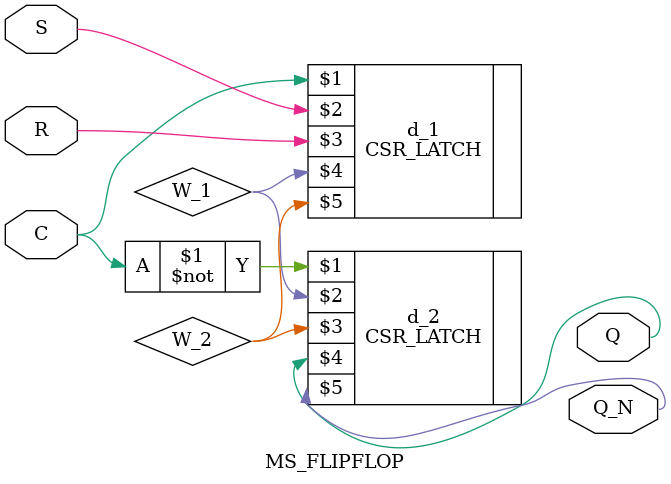
<source format=v>
`timescale 1ns / 1ps
module MS_FLIPFLOP(
input wire S,R,C,
output Q,Q_N
    );
    wire W_1,W_2;
    CSR_LATCH d_1(C,S,R,W_1,W_2),d_2(~C,W_1,W_2,Q,Q_N);
endmodule

</source>
